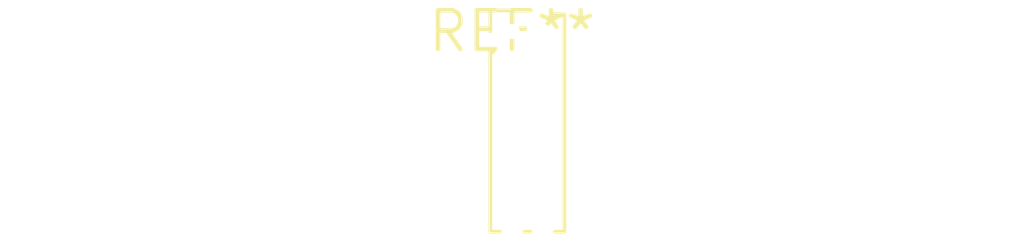
<source format=kicad_pcb>
(kicad_pcb (version 20240108) (generator pcbnew)
  (layers (0 "F.Cu" signal) (31 "B.Cu" signal) (34 "B.Paste" user) (35 "F.Paste" user) (36 "B.SilkS" user "B.Silkscreen") (37 "F.SilkS" user "F.Silkscreen") (38 "B.Mask" user) (39 "F.Mask" user) (44 "Edge.Cuts" user))
  (net 0 "")
  (footprint "PinHeader_2x07_P1.00mm_Vertical" (layer "F.Cu") (at 0 0)
    (property "Reference" "REF**")
    (property "Value" "PinHeader_2x07_P1.00mm_Vertical")
    (fp_line (start -0.71 -0.685) (end 0 -0.685) (layer "F.SilkS") (stroke (width 0.12)))
    (fp_line (start -0.71 0) (end -0.71 -0.685) (layer "F.SilkS") (stroke (width 0.12)))
    (fp_line (start -0.71 0.685) (end -0.71 6.56) (layer "F.SilkS") (stroke (width 0.12)))
    (fp_line (start -0.71 0.685) (end -0.608276 0.685) (layer "F.SilkS") (stroke (width 0.12)))
    (fp_line (start -0.71 6.56) (end -0.394493 6.56) (layer "F.SilkS") (stroke (width 0.12)))
    (fp_line (start 0.394493 6.56) (end 0.605507 6.56) (layer "F.SilkS") (stroke (width 0.12)))
    (fp_line (start 1.394493 -0.56) (end 1.71 -0.56) (layer "F.SilkS") (stroke (width 0.12)))
    (fp_line (start 1.394493 6.56) (end 1.71 6.56) (layer "F.SilkS") (stroke (width 0.12)))
    (fp_line (start 1.71 -0.56) (end 1.71 6.56) (layer "F.SilkS") (stroke (width 0.12)))
    (pad "1" thru_hole rect (at 0 0) (size 0.85 0.85) (drill 0.5) (layers *.Cu *.Mask) (remove_unused_layers))
    (pad "2" thru_hole oval (at 1 0) (size 0.85 0.85) (drill 0.5) (layers *.Cu *.Mask) (remove_unused_layers))
    (pad "3" thru_hole oval (at 0 1) (size 0.85 0.85) (drill 0.5) (layers *.Cu *.Mask) (remove_unused_layers))
    (pad "4" thru_hole oval (at 1 1) (size 0.85 0.85) (drill 0.5) (layers *.Cu *.Mask) (remove_unused_layers))
    (pad "5" thru_hole oval (at 0 2) (size 0.85 0.85) (drill 0.5) (layers *.Cu *.Mask) (remove_unused_layers))
    (pad "6" thru_hole oval (at 1 2) (size 0.85 0.85) (drill 0.5) (layers *.Cu *.Mask) (remove_unused_layers))
    (pad "7" thru_hole oval (at 0 3) (size 0.85 0.85) (drill 0.5) (layers *.Cu *.Mask) (remove_unused_layers))
    (pad "8" thru_hole oval (at 1 3) (size 0.85 0.85) (drill 0.5) (layers *.Cu *.Mask) (remove_unused_layers))
    (pad "9" thru_hole oval (at 0 4) (size 0.85 0.85) (drill 0.5) (layers *.Cu *.Mask) (remove_unused_layers))
    (pad "10" thru_hole oval (at 1 4) (size 0.85 0.85) (drill 0.5) (layers *.Cu *.Mask) (remove_unused_layers))
    (pad "11" thru_hole oval (at 0 5) (size 0.85 0.85) (drill 0.5) (layers *.Cu *.Mask) (remove_unused_layers))
    (pad "12" thru_hole oval (at 1 5) (size 0.85 0.85) (drill 0.5) (layers *.Cu *.Mask) (remove_unused_layers))
    (pad "13" thru_hole oval (at 0 6) (size 0.85 0.85) (drill 0.5) (layers *.Cu *.Mask) (remove_unused_layers))
    (pad "14" thru_hole oval (at 1 6) (size 0.85 0.85) (drill 0.5) (layers *.Cu *.Mask) (remove_unused_layers))
  )
)
</source>
